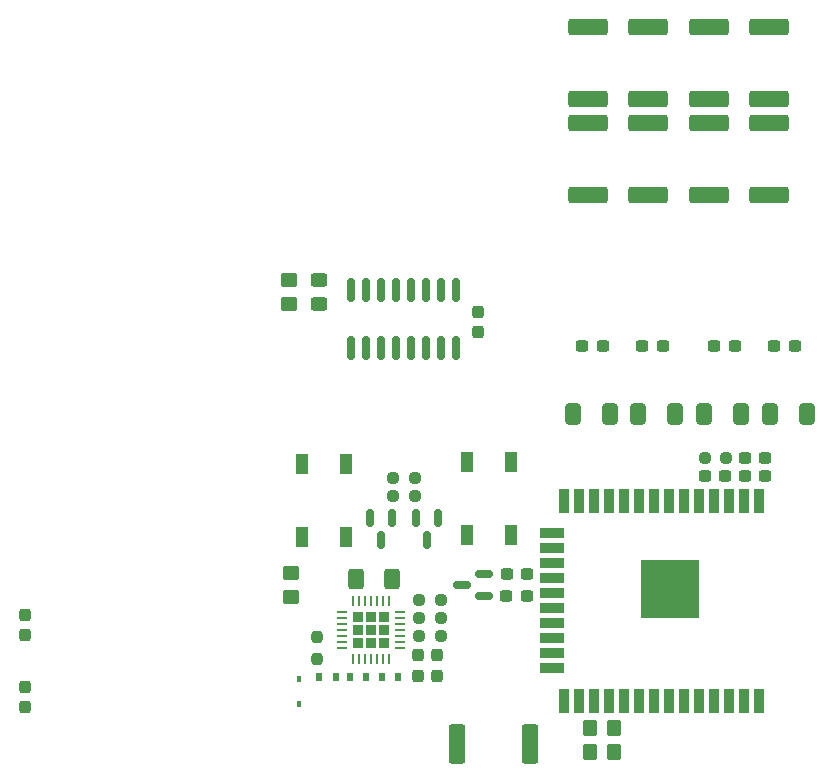
<source format=gtp>
G04 #@! TF.GenerationSoftware,KiCad,Pcbnew,(6.0.0)*
G04 #@! TF.CreationDate,2022-02-02T02:52:29+01:00*
G04 #@! TF.ProjectId,hamodule,68616d6f-6475-46c6-952e-6b696361645f,rev?*
G04 #@! TF.SameCoordinates,Original*
G04 #@! TF.FileFunction,Paste,Top*
G04 #@! TF.FilePolarity,Positive*
%FSLAX46Y46*%
G04 Gerber Fmt 4.6, Leading zero omitted, Abs format (unit mm)*
G04 Created by KiCad (PCBNEW (6.0.0)) date 2022-02-02 02:52:29*
%MOMM*%
%LPD*%
G01*
G04 APERTURE LIST*
G04 Aperture macros list*
%AMRoundRect*
0 Rectangle with rounded corners*
0 $1 Rounding radius*
0 $2 $3 $4 $5 $6 $7 $8 $9 X,Y pos of 4 corners*
0 Add a 4 corners polygon primitive as box body*
4,1,4,$2,$3,$4,$5,$6,$7,$8,$9,$2,$3,0*
0 Add four circle primitives for the rounded corners*
1,1,$1+$1,$2,$3*
1,1,$1+$1,$4,$5*
1,1,$1+$1,$6,$7*
1,1,$1+$1,$8,$9*
0 Add four rect primitives between the rounded corners*
20,1,$1+$1,$2,$3,$4,$5,0*
20,1,$1+$1,$4,$5,$6,$7,0*
20,1,$1+$1,$6,$7,$8,$9,0*
20,1,$1+$1,$8,$9,$2,$3,0*%
G04 Aperture macros list end*
%ADD10RoundRect,0.237500X-0.237500X0.250000X-0.237500X-0.250000X0.237500X-0.250000X0.237500X0.250000X0*%
%ADD11RoundRect,0.237500X-0.250000X-0.237500X0.250000X-0.237500X0.250000X0.237500X-0.250000X0.237500X0*%
%ADD12RoundRect,0.237500X0.250000X0.237500X-0.250000X0.237500X-0.250000X-0.237500X0.250000X-0.237500X0*%
%ADD13RoundRect,0.250000X0.400000X0.625000X-0.400000X0.625000X-0.400000X-0.625000X0.400000X-0.625000X0*%
%ADD14RoundRect,0.250000X-0.412500X-0.650000X0.412500X-0.650000X0.412500X0.650000X-0.412500X0.650000X0*%
%ADD15RoundRect,0.249999X-1.425001X0.450001X-1.425001X-0.450001X1.425001X-0.450001X1.425001X0.450001X0*%
%ADD16RoundRect,0.250000X0.450000X-0.325000X0.450000X0.325000X-0.450000X0.325000X-0.450000X-0.325000X0*%
%ADD17RoundRect,0.250000X0.450000X-0.350000X0.450000X0.350000X-0.450000X0.350000X-0.450000X-0.350000X0*%
%ADD18RoundRect,0.237500X-0.237500X0.300000X-0.237500X-0.300000X0.237500X-0.300000X0.237500X0.300000X0*%
%ADD19RoundRect,0.237500X0.237500X-0.300000X0.237500X0.300000X-0.237500X0.300000X-0.237500X-0.300000X0*%
%ADD20RoundRect,0.150000X0.150000X-0.825000X0.150000X0.825000X-0.150000X0.825000X-0.150000X-0.825000X0*%
%ADD21RoundRect,0.237500X-0.300000X-0.237500X0.300000X-0.237500X0.300000X0.237500X-0.300000X0.237500X0*%
%ADD22RoundRect,0.237500X0.300000X0.237500X-0.300000X0.237500X-0.300000X-0.237500X0.300000X-0.237500X0*%
%ADD23RoundRect,0.250000X0.412500X0.650000X-0.412500X0.650000X-0.412500X-0.650000X0.412500X-0.650000X0*%
%ADD24RoundRect,0.150000X-0.150000X0.587500X-0.150000X-0.587500X0.150000X-0.587500X0.150000X0.587500X0*%
%ADD25R,0.600000X0.700000*%
%ADD26R,1.100000X1.800000*%
%ADD27R,0.450000X0.600000*%
%ADD28R,5.000000X5.000000*%
%ADD29R,0.900000X2.000000*%
%ADD30R,2.000000X0.900000*%
%ADD31RoundRect,0.150000X0.587500X0.150000X-0.587500X0.150000X-0.587500X-0.150000X0.587500X-0.150000X0*%
%ADD32RoundRect,0.250000X0.350000X0.450000X-0.350000X0.450000X-0.350000X-0.450000X0.350000X-0.450000X0*%
%ADD33RoundRect,0.062500X0.062500X-0.337500X0.062500X0.337500X-0.062500X0.337500X-0.062500X-0.337500X0*%
%ADD34RoundRect,0.062500X0.337500X-0.062500X0.337500X0.062500X-0.337500X0.062500X-0.337500X-0.062500X0*%
%ADD35RoundRect,0.225000X0.225000X-0.225000X0.225000X0.225000X-0.225000X0.225000X-0.225000X-0.225000X0*%
%ADD36RoundRect,0.250000X-0.450000X0.350000X-0.450000X-0.350000X0.450000X-0.350000X0.450000X0.350000X0*%
%ADD37RoundRect,0.249999X-0.450001X-1.425001X0.450001X-1.425001X0.450001X1.425001X-0.450001X1.425001X0*%
G04 APERTURE END LIST*
D10*
X156456500Y-140571000D03*
X156456500Y-142396000D03*
D11*
X165115500Y-137428900D03*
X166940500Y-137428900D03*
X162918800Y-128638300D03*
X164743800Y-128638300D03*
D12*
X164741200Y-127088900D03*
X162916200Y-127088900D03*
D11*
X189256000Y-125412500D03*
X191081000Y-125412500D03*
D13*
X162829000Y-135593500D03*
X159729000Y-135593500D03*
D14*
X183628500Y-121627900D03*
X186753500Y-121627900D03*
D15*
X179387500Y-88901000D03*
X179387500Y-95001000D03*
X184467500Y-88901000D03*
X184467500Y-95001000D03*
X184467500Y-97011000D03*
X184467500Y-103111000D03*
X179387500Y-97011000D03*
X179387500Y-103111000D03*
D16*
X156654500Y-112331500D03*
X156654500Y-110281500D03*
D17*
X154114500Y-112315500D03*
X154114500Y-110315500D03*
D18*
X131762500Y-144752000D03*
X131762500Y-146477000D03*
D19*
X131762500Y-140381000D03*
X131762500Y-138656000D03*
D18*
X170116500Y-113002000D03*
X170116500Y-114727000D03*
D20*
X159321500Y-116076500D03*
X160591500Y-116076500D03*
X161861500Y-116076500D03*
X163131500Y-116076500D03*
X164401500Y-116076500D03*
X165671500Y-116076500D03*
X166941500Y-116076500D03*
X168211500Y-116076500D03*
X168211500Y-111126500D03*
X166941500Y-111126500D03*
X165671500Y-111126500D03*
X164401500Y-111126500D03*
X163131500Y-111126500D03*
X161861500Y-111126500D03*
X160591500Y-111126500D03*
X159321500Y-111126500D03*
D21*
X183995000Y-115887500D03*
X185720000Y-115887500D03*
D22*
X191816000Y-115887500D03*
X190091000Y-115887500D03*
D23*
X192341500Y-121627900D03*
X189216500Y-121627900D03*
D14*
X194804500Y-121627900D03*
X197929500Y-121627900D03*
D15*
X194754500Y-97029000D03*
X194754500Y-103129000D03*
X189674500Y-88901000D03*
X189674500Y-95001000D03*
X194754500Y-88901000D03*
X194754500Y-95001000D03*
X189674500Y-97013300D03*
X189674500Y-103113300D03*
D22*
X180622000Y-115887500D03*
X178897000Y-115887500D03*
D21*
X195171000Y-115887500D03*
X196896000Y-115887500D03*
X192659000Y-125412500D03*
X194384000Y-125412500D03*
D22*
X191018500Y-126936500D03*
X189293500Y-126936500D03*
D24*
X166687500Y-130428000D03*
X164787500Y-130428000D03*
X165737500Y-132303000D03*
D25*
X156633000Y-143918900D03*
X158033000Y-143918900D03*
D26*
X169155500Y-131941500D03*
X169155500Y-125741500D03*
X172855500Y-131941500D03*
X172855500Y-125741500D03*
X158885500Y-125868500D03*
X158885500Y-132068500D03*
X155185500Y-125868500D03*
X155185500Y-132068500D03*
D18*
X165024900Y-142096300D03*
X165024900Y-143821300D03*
D12*
X166940500Y-140476900D03*
X165115500Y-140476900D03*
D11*
X165115500Y-138952900D03*
X166940500Y-138952900D03*
D18*
X166624900Y-142102800D03*
X166624900Y-143827800D03*
D27*
X154916500Y-144081900D03*
X154916500Y-146181900D03*
D25*
X159233000Y-143918900D03*
X160633000Y-143918900D03*
X163343000Y-143918900D03*
X161943000Y-143918900D03*
D28*
X186365500Y-136486500D03*
D29*
X193865500Y-128986500D03*
X192595500Y-128986500D03*
X191325500Y-128986500D03*
X190055500Y-128986500D03*
X188785500Y-128986500D03*
X187515500Y-128986500D03*
X186245500Y-128986500D03*
X184975500Y-128986500D03*
X183705500Y-128986500D03*
X182435500Y-128986500D03*
X181165500Y-128986500D03*
X179895500Y-128986500D03*
X178625500Y-128986500D03*
X177355500Y-128986500D03*
D30*
X176355500Y-131771500D03*
X176355500Y-133041500D03*
X176355500Y-134311500D03*
X176355500Y-135581500D03*
X176355500Y-136851500D03*
X176355500Y-138121500D03*
X176355500Y-139391500D03*
X176355500Y-140661500D03*
X176355500Y-141931500D03*
X176355500Y-143201500D03*
D29*
X177355500Y-145986500D03*
X178625500Y-145986500D03*
X179895500Y-145986500D03*
X181165500Y-145986500D03*
X182435500Y-145986500D03*
X183705500Y-145986500D03*
X184975500Y-145986500D03*
X186245500Y-145986500D03*
X187515500Y-145986500D03*
X188785500Y-145986500D03*
X190055500Y-145986500D03*
X191325500Y-145986500D03*
X192595500Y-145986500D03*
X193865500Y-145986500D03*
D24*
X162811500Y-130460000D03*
X160911500Y-130460000D03*
X161861500Y-132335000D03*
D31*
X170596800Y-137091500D03*
X170596800Y-135191500D03*
X168721800Y-136141500D03*
D32*
X181578000Y-150304500D03*
X179578000Y-150304500D03*
X181578000Y-148272500D03*
X179578000Y-148272500D03*
D33*
X159533000Y-142408900D03*
X160033000Y-142408900D03*
X160533000Y-142408900D03*
X161033000Y-142408900D03*
X161533000Y-142408900D03*
X162033000Y-142408900D03*
X162533000Y-142408900D03*
D34*
X163483000Y-141458900D03*
X163483000Y-140958900D03*
X163483000Y-140458900D03*
X163483000Y-139958900D03*
X163483000Y-139458900D03*
X163483000Y-138958900D03*
X163483000Y-138458900D03*
D33*
X162533000Y-137508900D03*
X162033000Y-137508900D03*
X161533000Y-137508900D03*
X161033000Y-137508900D03*
X160533000Y-137508900D03*
X160033000Y-137508900D03*
X159533000Y-137508900D03*
D34*
X158583000Y-138458900D03*
X158583000Y-138958900D03*
X158583000Y-139458900D03*
X158583000Y-139958900D03*
X158583000Y-140458900D03*
X158583000Y-140958900D03*
X158583000Y-141458900D03*
D35*
X159913000Y-141078900D03*
X161033000Y-141078900D03*
X162153000Y-141078900D03*
X159913000Y-139958900D03*
X161033000Y-139958900D03*
X162153000Y-139958900D03*
X159913000Y-138838900D03*
X161033000Y-138838900D03*
X162153000Y-138838900D03*
D21*
X192648500Y-126936500D03*
X194373500Y-126936500D03*
D23*
X181217500Y-121627900D03*
X178092500Y-121627900D03*
D21*
X172480900Y-137093500D03*
X174205900Y-137093500D03*
X172507400Y-135191500D03*
X174232400Y-135191500D03*
D36*
X154206500Y-135153500D03*
X154206500Y-137153500D03*
D37*
X174438500Y-149567900D03*
X168338500Y-149567900D03*
M02*

</source>
